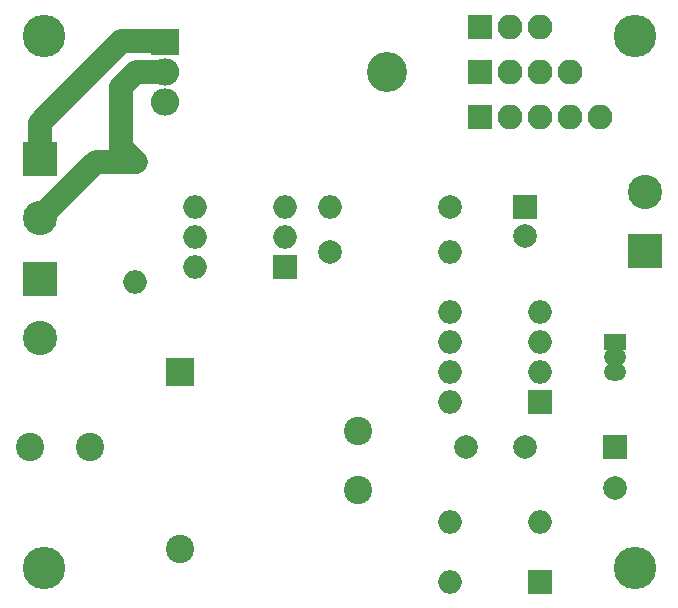
<source format=gbs>
G04 #@! TF.GenerationSoftware,KiCad,Pcbnew,5.0.0+dfsg1-2~bpo9+1*
G04 #@! TF.CreationDate,2018-10-31T22:12:09+01:00*
G04 #@! TF.ProjectId,minipid,6D696E697069642E6B696361645F7063,rev?*
G04 #@! TF.SameCoordinates,Original*
G04 #@! TF.FileFunction,Soldermask,Bot*
G04 #@! TF.FilePolarity,Negative*
%FSLAX46Y46*%
G04 Gerber Fmt 4.6, Leading zero omitted, Abs format (unit mm)*
G04 Created by KiCad (PCBNEW 5.0.0+dfsg1-2~bpo9+1) date Wed Oct 31 22:12:09 2018*
%MOMM*%
%LPD*%
G01*
G04 APERTURE LIST*
%ADD10C,2.000000*%
%ADD11C,2.400000*%
%ADD12R,2.400000X2.400000*%
%ADD13C,3.400000*%
%ADD14O,2.000000X2.000000*%
%ADD15R,2.000000X2.000000*%
%ADD16R,2.400000X2.305000*%
%ADD17O,2.400000X2.305000*%
%ADD18O,1.900000X1.450000*%
%ADD19R,1.900000X1.450000*%
%ADD20C,2.000000*%
%ADD21C,3.600000*%
%ADD22R,2.900000X2.900000*%
%ADD23C,2.900000*%
%ADD24R,2.100000X2.100000*%
%ADD25O,2.100000X2.100000*%
G04 APERTURE END LIST*
D10*
X62788900Y-98007460D02*
X65196820Y-98007460D01*
X61465560Y-99330800D02*
X62788900Y-98007460D01*
X61465560Y-104390480D02*
X61465560Y-99330800D01*
X62727940Y-105652860D02*
X61465560Y-104390480D01*
X59339580Y-105652860D02*
X62727940Y-105652860D01*
X54572000Y-110420440D02*
X59339580Y-105652860D01*
X61496040Y-95431900D02*
X65288260Y-95431900D01*
X54602480Y-102325460D02*
X61496040Y-95431900D01*
X54602480Y-105124540D02*
X54602480Y-102325460D01*
D11*
G04 #@! TO.C,TR1*
X81510000Y-128410000D03*
X81510000Y-133410000D03*
X66510000Y-138410000D03*
D12*
X66510000Y-123410000D03*
G04 #@! TD*
D13*
G04 #@! TO.C,HS1*
X84036000Y-98010000D03*
G04 #@! TD*
D14*
G04 #@! TO.C,D1*
X89370000Y-141190000D03*
X96990000Y-136110000D03*
X89370000Y-136110000D03*
D15*
X96990000Y-141190000D03*
G04 #@! TD*
D16*
G04 #@! TO.C,D2*
X65240000Y-95470000D03*
D17*
X65240000Y-98010000D03*
X65240000Y-100550000D03*
G04 #@! TD*
D18*
G04 #@! TO.C,U2*
X103340000Y-122140000D03*
X103340000Y-123410000D03*
D19*
X103340000Y-120870000D03*
G04 #@! TD*
D15*
G04 #@! TO.C,U3*
X75400000Y-114520000D03*
D14*
X67780000Y-109440000D03*
X75400000Y-111980000D03*
X67780000Y-111980000D03*
X75400000Y-109440000D03*
X67780000Y-114520000D03*
G04 #@! TD*
D15*
G04 #@! TO.C,U1*
X96990000Y-125950000D03*
D14*
X89370000Y-118330000D03*
X96990000Y-123410000D03*
X89370000Y-120870000D03*
X96990000Y-120870000D03*
X89370000Y-123410000D03*
X96990000Y-118330000D03*
X89370000Y-125950000D03*
G04 #@! TD*
D15*
G04 #@! TO.C,C3*
X95720000Y-109440000D03*
D20*
X95720000Y-111940000D03*
G04 #@! TD*
D15*
G04 #@! TO.C,C2*
X103340000Y-129760000D03*
D20*
X103340000Y-133260000D03*
G04 #@! TD*
G04 #@! TO.C,C1*
X90720000Y-129760000D03*
X95720000Y-129760000D03*
G04 #@! TD*
D14*
G04 #@! TO.C,R1*
X89370000Y-113250000D03*
D20*
X79210000Y-113250000D03*
G04 #@! TD*
G04 #@! TO.C,R3*
X89370000Y-109440000D03*
D14*
X79210000Y-109440000D03*
G04 #@! TD*
D21*
G04 #@! TO.C,MH3*
X105000000Y-140000000D03*
G04 #@! TD*
G04 #@! TO.C,MH2*
X55000000Y-95000000D03*
G04 #@! TD*
G04 #@! TO.C,MH1*
X55000000Y-140000000D03*
G04 #@! TD*
D22*
G04 #@! TO.C,J1*
X54610000Y-115570000D03*
D23*
X54610000Y-120570000D03*
G04 #@! TD*
G04 #@! TO.C,J2*
X54610000Y-110410000D03*
D22*
X54610000Y-105410000D03*
G04 #@! TD*
G04 #@! TO.C,J3*
X105880000Y-113170000D03*
D23*
X105880000Y-108170000D03*
G04 #@! TD*
D24*
G04 #@! TO.C,J4*
X91910000Y-101820000D03*
D25*
X94450000Y-101820000D03*
X96990000Y-101820000D03*
X99530000Y-101820000D03*
X102070000Y-101820000D03*
G04 #@! TD*
D24*
G04 #@! TO.C,J5*
X91910000Y-98010000D03*
D25*
X94450000Y-98010000D03*
X96990000Y-98010000D03*
X99530000Y-98010000D03*
G04 #@! TD*
D24*
G04 #@! TO.C,J6*
X91910000Y-94200000D03*
D25*
X94450000Y-94200000D03*
X96990000Y-94200000D03*
G04 #@! TD*
D11*
G04 #@! TO.C,F1*
X53810000Y-129760000D03*
X58890000Y-129770000D03*
G04 #@! TD*
D20*
G04 #@! TO.C,R2*
X62700000Y-105630000D03*
D14*
X62700000Y-115790000D03*
G04 #@! TD*
D21*
G04 #@! TO.C,MH4*
X105000000Y-95000000D03*
G04 #@! TD*
M02*

</source>
